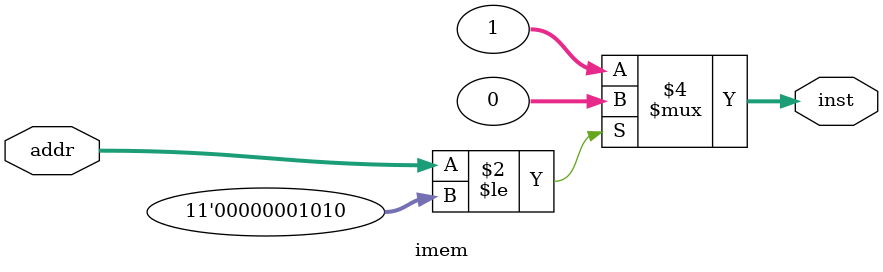
<source format=v>
module imem(
	input [10:0]addr,
	output reg[31:0]inst
);
	always @(*) begin
		if(addr <= 11'd10) begin
			inst = 32'b0;
		end else begin
			inst = 32'b1;
		end
	end

endmodule
</source>
